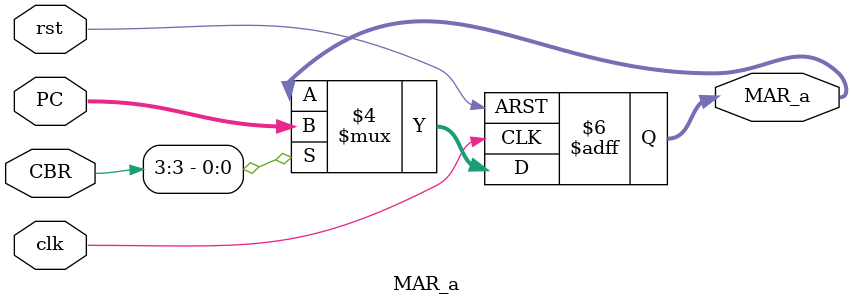
<source format=v>
`timescale 1ns / 1ps


module MAR_a(
input clk,
input rst,
input [21:0] CBR,
input [7:0] PC,
output reg [7:0] MAR_a
    );
    
    initial begin
    MAR_a <= 0;
    end
    
    always@(posedge clk or negedge rst)
    begin
        if(~rst)
            MAR_a <= 0;
        else
        begin
            if(CBR[3])
                MAR_a[7:0] <= PC[7:0];
        end
    end
endmodule

</source>
